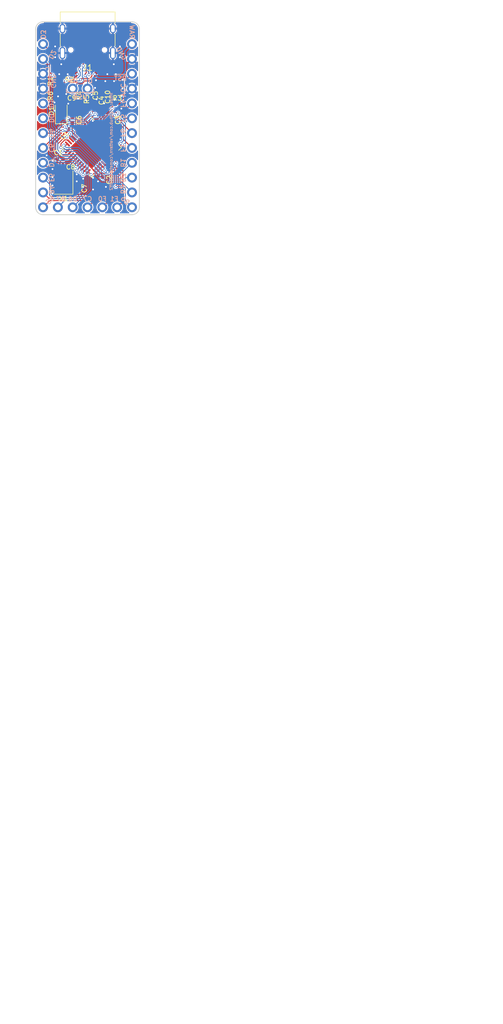
<source format=kicad_pcb>
(kicad_pcb (version 20210126) (generator pcbnew)
  (title_block (title "Comet") (date "2021-03-09") (rev "A") (company "TKW"))
  (layers (0 "F.Cu" signal) (31 "B.Cu" signal) (34 "B.Paste" user) (35 "F.Paste" user) (36 "B.SilkS" user "B.Silkscreen") (37 "F.SilkS" user "F.Silkscreen") (38 "B.Mask" user) (39 "F.Mask" user) (44 "Edge.Cuts" user))
  (net 0 "")
  (net 1 "VCC")
  (net 2 "GND")
  (net 3 "Net-(C8-Pad1)")
  (net 4 "Net-(C9-Pad1)")
  (net 5 "Net-(J1-PadA5)")
  (net 6 "Net-(J1-PadB5)")
  (net 7 "/RESET")
  (net 8 "/PF4")
  (net 9 "/PF5")
  (net 10 "/PF6")
  (net 11 "/PF7")
  (net 12 "/PB1")
  (net 13 "/PB3")
  (net 14 "/PB2")
  (net 15 "/PB6")
  (net 16 "/PB5")
  (net 17 "/PB4")
  (net 18 "/PE6")
  (net 19 "/PD7")
  (net 20 "/PC6")
  (net 21 "/PD4")
  (net 22 "/PD0")
  (net 23 "/PD1")
  (net 24 "/PD2")
  (net 25 "/PD3")
  (net 26 "/PF1")
  (net 27 "/PF0")
  (net 28 "/PC7")
  (net 29 "/PB7")
  (net 30 "/D-")
  (net 31 "/D+")
  (net 32 "Net-(C7-Pad1)")
  (net 33 "Net-(R4-Pad1)")
  (net 34 "Net-(R5-Pad1)")
  (net 35 "Net-(C10-Pad1)")
  (net 36 "VBUS")
  (net 37 "Net-(J1-PadA8)")
  (net 38 "Net-(J1-PadB8)")
  (net 39 "/PD5")
  (net 40 "Net-(U1-Pad8)")
  (net 41 "Net-(U1-Pad26)")
  (footprint "Capacitor_SMD:C_0402_1005Metric" (layer "F.Cu") (at 25.3 48.2)
    (fp_text reference "C8")
    (fp_text value "22p")
  )
  (footprint "Capacitor_SMD:C_0402_1005Metric" (layer "F.Cu") (at 28.3 52 90)
    (fp_text reference "C7")
    (fp_text value "22p")
  )
  (footprint "Crystal:Crystal_SMD_SeikoEpson_FA238-4Pin_3.2x2.5mm" (layer "F.Cu") (at 25.9 51 90)
    (fp_text reference "X1")
    (fp_text value "16MHz")
  )
  (footprint "Resistor_SMD:R_0402_1005Metric" (layer "F.Cu") (at 28.65 37.85 90)
    (fp_text reference "R4")
    (fp_text value "22")
  )
  (footprint "Resistor_SMD:R_0402_1005Metric" (layer "F.Cu") (at 29.85 38.5 90)
    (fp_text reference "R5")
    (fp_text value "22")
  )
  (footprint "Resistor_SMD:R_0402_1005Metric" (layer "F.Cu") (at 25.15 35.5)
    (fp_text reference "R6")
    (fp_text value "10k")
  )
  (footprint "Capacitor_SMD:C_0402_1005Metric" (layer "F.Cu") (at 27.45 38.1 90)
    (fp_text reference "C9")
    (fp_text value "1u")
  )
  (footprint "Capacitor_SMD:C_0402_1005Metric" (layer "F.Cu") (at 32.25 38.75 90)
    (fp_text reference "C4")
    (fp_text value "0u1")
  )
  (footprint "Diode_SMD:D_PowerDI-123" (layer "F.Cu") (at 25.5 38.75 90)
    (fp_text reference "D1")
    (fp_text value "D_Schottky")
  )
  (footprint "Capacitor_SMD:C_0402_1005Metric" (layer "F.Cu") (at 27.4 40.3 90)
    (fp_text reference "C6")
    (fp_text value "4u7")
  )
  (footprint "Resistor_SMD:R_0402_1005Metric" (layer "F.Cu") (at 35.1 37.6)
    (fp_text reference "R3")
    (fp_text value "10k")
  )
  (footprint "Connector_USB:USB_C_Receptacle_HRO_TYPE-C-31-M-12" (layer "F.Cu") (at 30.0254 25.6998 180)
    (fp_text reference "J1")
    (fp_text value "USB-C")
  )
  (footprint "pins:Pins5" (layer "F.Cu") (at 35.08 55.24 -90)
    (fp_text reference "J5" hide)
    (fp_text value "01x05" hide)
  )
  (footprint "pins:Pins2" (layer "F.Cu") (at 27.46 34.92 90)
    (fp_text reference "J2" hide)
    (fp_text value "01x02" hide)
  )
  (footprint "pins:Pins12" (layer "F.Cu") (at 22.38 55.24 180)
    (fp_text reference "J4" hide)
    (fp_text value "01x12" hide)
  )
  (footprint "pins:Pins12" (layer "F.Cu") (at 37.62 27.3)
    (fp_text reference "J3" hide)
    (fp_text value "01x12" hide)
  )
  (footprint "Resistor_SMD:R_0402_1005Metric" (layer "F.Cu") (at 25.15 33.1)
    (fp_text reference "R2")
    (fp_text value "5k1")
  )
  (footprint "Resistor_SMD:R_0402_1005Metric" (layer "F.Cu") (at 25.15 34.3)
    (fp_text reference "R1")
    (fp_text value "5k1")
  )
  (footprint "Package_DFN_QFN:QFN-44-1EP_7x7mm_P0.5mm_EP5.2x5.2mm" (layer "F.Cu") (at 30.7 45 -45)
    (fp_text reference "U1")
    (fp_text value "ATmega32U4")
  )
  (footprint "Capacitor_SMD:C_0402_1005Metric" (layer "F.Cu") (at 31.05 37.9 90)
    (fp_text reference "C5")
    (fp_text value "0u1")
  )
  (footprint "Capacitor_SMD:C_0402_1005Metric" (layer "F.Cu") (at 35.2 42.1 -90)
    (fp_text reference "C3")
    (fp_text value "0u1")
  )
  (footprint "Capacitor_SMD:C_0402_1005Metric" (layer "F.Cu") (at 32.55 50.55 -90)
    (fp_text reference "C2")
    (fp_text value "0u1")
  )
  (footprint "Capacitor_SMD:C_0402_1005Metric" (layer "F.Cu") (at 25.3 47 180)
    (fp_text reference "C1")
    (fp_text value "0u1")
  )
  (footprint "Capacitor_SMD:C_0402_1005Metric" (layer "F.Cu") (at 33.45 38.55 90)
    (fp_text reference "C10")
    (fp_text value "0u1")
  )
  (gr_line (start 23.4468 35.9868) (end 23.4468 31.3132) (angle 90) (layer "B.SilkS") (width 0.15))
  (gr_line (start 26.3932 35.5868) (end 26.3932 35.028) (angle 90) (layer "B.SilkS") (width 0.15))
  (gr_line (start 23.4468 31.3132) (end 22.888 31.3132) (angle 90) (layer "B.SilkS") (width 0.15))
  (gr_line (start 22.888 35.5868) (end 23.4468 35.5868) (angle 90) (layer "B.SilkS") (width 0.15))
  (gr_line (start 26.3932 35.5868) (end 31.0668 35.5868) (angle 90) (layer "B.SilkS") (width 0.15))
  (gr_line (start 36.604 32.4816) (end 34.572 32.4816) (angle 90) (layer "B.SilkS") (width 0.15))
  (gr_line (start 31.0668 35.5868) (end 31.0668 35.028) (angle 90) (layer "B.SilkS") (width 0.15))
  (gr_line (start 22.38 23.49) (end 37.62 23.49) (layer "Edge.Cuts") (width 0.15))
  (gr_line (start 21.11 24.76) (end 21.11 55.24) (angle 90) (layer "Edge.Cuts") (width 0.15))
  (gr_arc (start 22.38 24.76) (end 21.11 24.76) (angle 90) (layer "Edge.Cuts") (width 0.15))
  (gr_arc (start 22.38 55.24) (end 22.38 56.51) (angle 90) (layer "Edge.Cuts") (width 0.15))
  (gr_arc (start 37.62 55.24) (end 38.89 55.24) (angle 90) (layer "Edge.Cuts") (width 0.15))
  (gr_line (start 22.38 56.51) (end 37.62 56.51) (angle 90) (layer "Edge.Cuts") (width 0.15))
  (gr_line (start 38.89 55.24) (end 38.89 24.76) (angle 90) (layer "Edge.Cuts") (width 0.15))
  (gr_arc (start 37.62 24.76) (end 37.62 23.49) (angle 90) (layer "Edge.Cuts") (width 0.15))
  (gr_text "F0" (at 32.54 53.8176) (layer "B.SilkS") (effects (font (size 0.8 0.8)) (justify mirror)))
  (gr_text "E6" (at 23.8024 50.16 270) (layer "B.SilkS") (effects (font (size 0.8 0.8)) (justify mirror)))
  (gr_text "B5" (at 22.9896 54.6304 45) (layer "B.SilkS") (effects (font (size 0.8 0.8)) (justify right mirror)))
  (gr_text "B2" (at 36.096 52.192 270) (layer "B.SilkS") (effects (font (size 0.8 0.8)) (justify mirror)))
  (gr_text "B3" (at 36.096 50.16 270) (layer "B.SilkS") (effects (font (size 0.8 0.8)) (justify mirror)))
  (gr_text "USB" (at 28.73 36.3488) (layer "B.SilkS") (effects (font (size 0.8 0.8)) (justify mirror)))
  (gr_text "D1" (at 23.8024 37.46 270) (layer "B.SilkS") (effects (font (size 0.8 0.8)) (justify mirror)))
  (gr_text "D2" (at 23.523 29.84 240) (layer "B.SilkS") (effects (font (size 0.8 0.8)) (justify left mirror)))
  (gr_text "GND" (at 24.1072 33.65 270) (layer "B.SilkS") (effects (font (size 0.8 0.8)) (justify mirror)))
  (gr_text "D4" (at 23.8024 42.54 270) (layer "B.SilkS") (effects (font (size 0.8 0.8)) (justify mirror)))
  (gr_text "D7" (at 23.8024 47.62 270) (layer "B.SilkS") (effects (font (size 0.8 0.8)) (justify mirror)))
  (gr_text "D0" (at 23.8024 40 270) (layer "B.SilkS") (effects (font (size 0.8 0.8)) (justify mirror)))
  (gr_text "D+" (at 27.46 33.5484) (layer "B.SilkS") (effects (font (size 0.8 0.8)) (justify mirror)))
  (gr_text "GND" (at 36.4516 30.0432 300) (layer "B.SilkS") (effects (font (size 0.8 0.8)) (justify left mirror)))
  (gr_text "RST" (at 35.6388 33.1928) (layer "B.SilkS") (effects (font (size 0.8 0.8)) (justify mirror)))
  (gr_text "C6" (at 23.8024 45.08 270) (layer "B.SilkS") (effects (font (size 0.8 0.8)) (justify mirror)))
  (gr_text "VCC" (at 36.096 35.174 270) (layer "B.SilkS") (effects (font (size 0.8 0.8)) (justify mirror)))
  (gr_text "F4" (at 36.096 37.46 270) (layer "B.SilkS") (effects (font (size 0.8 0.8)) (justify mirror)))
  (gr_text "F5" (at 36.096 40 270) (layer "B.SilkS") (effects (font (size 0.8 0.8)) (justify mirror)))
  (gr_text "F6" (at 36.096 42.4892 270) (layer "B.SilkS") (effects (font (size 0.8 0.8)) (justify mirror)))
  (gr_text "F7" (at 36.096 45.08 270) (layer "B.SilkS") (effects (font (size 0.8 0.8)) (justify mirror)))
  (gr_text "B1" (at 36.096 47.62 270) (layer "B.SilkS") (effects (font (size 0.8 0.8)) (justify mirror)))
  (gr_text "D-" (at 30 33.5484) (layer "B.SilkS") (effects (font (size 0.8 0.8)) (justify mirror)))
  (gr_text "C7" (at 30 53.8176) (layer "B.SilkS") (effects (font (size 0.8 0.8)) (justify mirror)))
  (gr_text "D3" (at 22.38 25.649 270) (layer "B.SilkS") (effects (font (size 0.8 0.8)) (justify mirror)))
  (gr_text "B4" (at 23.8024 52.192 270) (layer "B.SilkS") (effects (font (size 0.8 0.8)) (justify mirror)))
  (gr_text "B6" (at 37.0612 54.6812 315) (layer "B.SilkS") (effects (font (size 0.8 0.8)) (justify left mirror)))
  (gr_text "F1" (at 34.572 53.8176) (layer "B.SilkS") (effects (font (size 0.8 0.8)) (justify mirror)))
  (gr_text "D6" (at 27.46 53.8176) (layer "B.SilkS") (effects (font (size 0.8 0.8)) (justify mirror)))
  (gr_text "B7" (at 25.428 53.8176) (layer "B.SilkS") (effects (font (size 0.8 0.8)) (justify mirror)))
  (gr_text "RAW" (at 37.62 25.2172 270) (layer "B.SilkS") (effects (font (size 0.8 0.8)) (justify mirror)))
  (gr_text "https://github.com/vattern/comet@12edff2" (at 34.04857 43.988184 90) (layer "B.SilkS") (effects (font (size 0.5 0.5) (thickness 0.1)) (justify mirror)))
  (segment (start 35.35 43.885534) (end 34.836575 44.398959) (width 0.16) (layer "F.Cu") (net 1))
  (segment (start 31.05 40.612384) (end 31.05 40.6) (width 0.16) (layer "F.Cu") (net 1))
  (segment (start 30.9 40.45) (end 31.301041 40.863425) (width 0.16) (layer "F.Cu") (net 1))
  (segment (start 24.5 45.7) (end 25.785 46.985) (width 0.31) (layer "F.Cu") (net 1))
  (segment (start 32.271573 49.4) (end 31.654594 48.783021) (width 0.16) (layer "F.Cu") (net 1))
  (segment (start 35.8 42.2) (end 35.215 41.615) (width 0.16) (layer "F.Cu") (net 1))
  (segment (start 30.9 40.45) (end 31.2 40.15) (width 0.16) (layer "F.Cu") (net 1))
  (segment (start 33.25 49.4) (end 32.271573 49.4) (width 0.16) (layer "F.Cu") (net 1))
  (segment (start 25.5 39.6) (end 25.5 40.05) (width 0.31) (layer "F.Cu") (net 1))
  (segment (start 26.57868 47) (end 25.785 47) (width 0.16) (layer "F.Cu") (net 1))
  (segment (start 31.05 40.612384) (end 30.85 40.4) (width 0.16) (layer "F.Cu") (net 1))
  (segment (start 30.9 40.45) (end 31.05 40.6) (width 0.16) (layer "F.Cu") (net 1))
  (segment (start 35.35 43.885534) (end 35.364466 43.885534) (width 0.16) (layer "F.Cu") (net 1))
  (segment (start 35.215 41.615) (end 35.2 41.615) (width 0.16) (layer "F.Cu") (net 1))
  (segment (start 25.5 40.05) (end 26.8 41.35) (width 0.31) (layer "F.Cu") (net 1))
  (segment (start 26.8 42) (end 26.8 41.35) (width 0.31) (layer "F.Cu") (net 1))
  (segment (start 25.785 46.985) (end 25.785 47) (width 0.31) (layer "F.Cu") (net 1))
  (segment (start 27.270532 46.308148) (end 26.57868 47) (width 0.16) (layer "F.Cu") (net 1))
  (segment (start 32.25 39.65) (end 32.25 39.235) (width 0.16) (layer "F.Cu") (net 1))
  (segment (start 33.25 49.4) (end 33.45 49.2) (width 0.16) (layer "F.Cu") (net 1))
  (segment (start 35.65 43.6) (end 35.8 43.45) (width 0.16) (layer "F.Cu") (net 1))
  (segment (start 32.55 49.678427) (end 32.271573 49.4) (width 0.16) (layer "F.Cu") (net 1))
  (segment (start 35.364466 43.885534) (end 35.65 43.6) (width 0.16) (layer "F.Cu") (net 1))
  (segment (start 25.785 47) (end 25.7 47) (width 0.16) (layer "F.Cu") (net 1))
  (segment (start 31.673021 48.793021) (end 31.654594 48.793021) (width 0.16) (layer "F.Cu") (net 1))
  (segment (start 31.75 40.15) (end 32.25 39.65) (width 0.16) (layer "F.Cu") (net 1))
  (segment (start 26.05 42.6) (end 26.2 42.6) (width 0.31) (layer "F.Cu") (net 1))
  (segment (start 35.8 43.45) (end 35.8 42.2) (width 0.16) (layer "F.Cu") (net 1))
  (segment (start 30.9 40.45) (end 31.05 40.612384) (width 0.16) (layer "F.Cu") (net 1))
  (segment (start 26 42.65) (end 26.05 42.6) (width 0.31) (layer "F.Cu") (net 1))
  (segment (start 31.2 40.15) (end 31.75 40.15) (width 0.16) (layer "F.Cu") (net 1))
  (segment (start 26.75 42.05) (end 26.8 42) (width 0.31) (layer "F.Cu") (net 1))
  (segment (start 24.5 44.15) (end 24.5 45.7) (width 0.31) (layer "F.Cu") (net 1))
  (segment (start 35.585 37.6) (end 35.585 38.135) (width 0.16) (layer "F.Cu") (net 1))
  (segment (start 26 42.65) (end 24.5 44.15) (width 0.31) (layer "F.Cu") (net 1))
  (segment (start 32.55 50.065) (end 32.55 49.678427) (width 0.16) (layer "F.Cu") (net 1))
  (segment (start 35.585 38.135) (end 35.8 38.35) (width 0.16) (layer "F.Cu") (net 1))
  (segment (start 26.2 42.6) (end 26.75 42.05) (width 0.31) (layer "F.Cu") (net 1))
  (segment (start 31.05 40.6) (end 30.85 40.4) (width 0.16) (layer "F.Cu") (net 1))
  (via (at 33.45 49.2) (size 0.5) (drill 0.3) (layers "F.Cu" "B.Cu") (net 1))
  (via (at 35.65 43.6) (size 0.5) (drill 0.3) (layers "F.Cu" "B.Cu") (net 1))
  (via (at 30.9 40.45) (size 0.5) (drill 0.3) (layers "F.Cu" "B.Cu") (net 1))
  (via (at 26.8 41.35) (size 0.5) (drill 0.3) (layers "F.Cu" "B.Cu") (net 1))
  (via (at 35.8 38.35) (size 0.5) (drill 0.3) (layers "F.Cu" "B.Cu") (net 1))
  (segment (start 30.9 40.45) (end 34.05 43.6) (width 0.31) (layer "B.Cu") (net 1))
  (segment (start 36.45 36.9) (end 36.45 36.09) (width 0.31) (layer "B.Cu") (net 1))
  (segment (start 33.6 49.2) (end 34.25 48.55) (width 0.31) (layer "B.Cu") (net 1))
  (segment (start 36.45 36.09) (end 37.62 34.92) (width 0.31) (layer "B.Cu") (net 1))
  (segment (start 30.9 40.45) (end 32.9 40.45) (width 0.31) (layer "B.Cu") (net 1))
  (segment (start 34.05 43.6) (end 35.65 43.6) (width 0.31) (layer "B.Cu") (net 1))
  (segment (start 35 38.35) (end 36.45 36.9) (width 0.31) (layer "B.Cu") (net 1))
  (segment (start 35.55 43.6) (end 35.65 43.6) (width 0.31) (layer "B.Cu") (net 1))
  (segment (start 30 41.35) (end 30.9 40.45) (width 0.31) (layer "B.Cu") (net 1))
  (segment (start 34.25 44.9) (end 35.55 43.6) (width 0.31) (layer "B.Cu") (net 1))
  (segment (start 34.25 48.55) (end 34.25 44.9) (width 0.31) (layer "B.Cu") (net 1))
  (segment (start 26.8 41.35) (end 30 41.35) (width 0.31) (layer "B.Cu") (net 1))
  (segment (start 32.9 40.45) (end 35 38.35) (width 0.31) (layer "B.Cu") (net 1))
  (segment (start 35.8 38.35) (end 35 38.35) (width 0.16) (layer "B.Cu") (net 1))
  (segment (start 33.45 49.2) (end 33.6 49.2) (width 0.31) (layer "B.Cu") (net 1))
  (segment (start 35.55 29.55) (end 35.55 27.7) (width 0.16) (layer "F.Cu") (net 2))
  (segment (start 35.55 27.7) (end 35.55 26.09) (width 0.16) (layer "F.Cu") (net 2))
  (segment (start 24.45 27.7) (end 24.45 26.09) (width 0.16) (layer "F.Cu") (net 2))
  (segment (start 24.45 29.55) (end 24.45 27.7) (width 0.16) (layer "F.Cu") (net 2))
  (segment (start 26.7 49.9) (end 26.7 50.8) (width 0.16) (layer "F.Cu") (net 2))
  (segment (start 32.935 38.065) (end 33.45 38.065) (width 0.16) (layer "F.Cu") (net 2))
  (segment (start 26.7 48.05) (end 26.55 48.2) (width 0.16) (layer "F.Cu") (net 2))
  (segment (start 30.7 42.171573) (end 30.7 45) (width 0.16) (layer "F.Cu") (net 2))
  (segment (start 30.7 45) (end 34.235534 45) (width 0.16) (layer "F.Cu") (net 2))
  (segment (start 32.85 39.55) (end 32.85 38.35) (width 0.16) (layer "F.Cu") (net 2))
  (segment (start 26.3 32.45) (end 26.6 32.45) (width 0.16) (layer "F.Cu") (net 2))
  (segment (start 25.45 31.35) (end 25.24 31.14) (width 0.16) (layer "F.Cu") (net 2))
  (segment (start 27.1 39.15) (end 26.85 38.9) (width 0.16) (layer "F.Cu") (net 2))
  (segment (start 32.25 38.265) (end 32.765 38.265) (width 0.16) (layer "F.Cu") (net 2))
  (segment (start 23.15 34.15) (end 23.15 33.15) (width 0.16) (layer "F.Cu") (net 2))
  (segment (start 32.15 40.721573) (end 32.15 40.25) (width 0.16) (layer "F.Cu") (net 2))
  (segment (start 26.085 31.615) (end 25.665 31.615) (width 0.16) (layer "F.Cu") (net 2))
  (segment (start 23.95 33.1) (end 24.665 33.1) (width 0.16) (layer "F.Cu") (net 2))
  (segment (start 32.85 38.35) (end 32.85 38.15) (width 0.16) (layer "F.Cu") (net 2))
  (segment (start 25.45 31.4) (end 25.45 31.35) (width 0.16) (layer "F.Cu") (net 2))
  (segment (start 30.535 37.415) (end 30.45 37.5) (width 0.16) (layer "F.Cu") (net 2))
  (segment (start 25.1 53) (end 25.1 52.1) (width 0.16) (layer "F.Cu") (net 2))
  (segment (start 25.24 31.14) (end 24.45 31.14) (width 0.16) (layer "F.Cu") (net 2))
  (segment (start 36.32 31.14) (end 37.62 29.84) (width 0.16) (layer "F.Cu") (net 2))
  (segment (start 31.05 37.415) (end 31.915 37.415) (width 0.16) (layer "F.Cu") (net 2))
  (segment (start 28.684746 42.277639) (end 28.35 41.942893) (width 0.16) (layer "F.Cu") (net 2))
  (segment (start 34.55 31.4) (end 34.55 31.35) (width 0.16) (layer "F.Cu") (net 2))
  (segment (start 32.765 38.265) (end 32.85 38.35) (width 0.16) (layer "F.Cu") (net 2))
  (segment (start 24.35 47.6) (end 24.9 47.6) (width 0.16) (layer "F.Cu") (net 2))
  (segment (start 34.335 31.615) (end 34.55 31.4) (width 0.16) (layer "F.Cu") (net 2))
  (segment (start 31.05 37.415) (end 30.535 37.415) (width 0.16) (layer "F.Cu") (net 2))
  (segment (start 29.285787 45) (end 27.624086 46.661701) (width 0.16) (layer "F.Cu") (net 2))
  (segment (start 27.4 39.3) (end 27.25 39.15) (width 0.16) (layer "F.Cu") (net 2))
  (segment (start 28.3 51.515) (end 28.865 51.515) (width 0.16) (layer "F.Cu") (net 2))
  (segment (start 35.55 31.14) (end 36.32 31.14) (width 0.16) (layer "F.Cu") (net 2))
  (segment (start 27.965 37.615) (end 27.45 37.615) (width 0.16) (layer "F.Cu") (net 2))
  (segment (start 24.45 31.14) (end 24.45 29.55) (width 0.16) (layer "F.Cu") (net 2))
  (segment (start 30.7 48.535534) (end 30.7 45) (width 0.16) (layer "F.Cu") (net 2))
  (segment (start 30.7 45) (end 29.285787 45) (width 0.16) (layer "F.Cu") (net 2))
  (segment (start 26.5 51) (end 25.3 51) (width 0.16) (layer "F.Cu") (net 2))
  (segment (start 33.7 32.45) (end 33.915 32.235) (width 0.16) (layer "F.Cu") (net 2))
  (segment (start 31.95 50.45) (end 31.95 49.785534) (width 0.16) (layer "F.Cu") (net 2))
  (segment (start 24.815 47.515) (end 24.9 47.6) (width 0.16) (layer "F.Cu") (net 2))
  (segment (start 30.45 37.5) (end 30.45 38.65) (width 0.16) (layer "F.Cu") (net 2))
  (segment (start 27.25 39.15) (end 27.1 39.15) (width 0.16) (layer "F.Cu") (net 2))
  (segment (start 34.55 31.35) (end 34.76 31.14) (width 0.16) (layer "F.Cu") (net 2))
  (segment (start 25.15 53.05) (end 25.1 53) (width 0.16) (layer "F.Cu") (net 2))
  (segment (start 26.085 31.615) (end 26.085 32.235) (width 0.16) (layer "F.Cu") (net 2))
  (segment (start 23.15 33.15) (end 23.9 33.15) (width 0.16) (layer "F.Cu") (net 2))
  (segment (start 27.624086 46.661701) (end 26.7 47.585787) (width 0.16) (layer "F.Cu") (net 2))
  (segment (start 35.2 42.585) (end 35.2 43.328427) (width 0.16) (layer "F.Cu") (net 2))
  (segment (start 25.1 51.2) (end 25.1 52.1) (width 0.16) (layer "F.Cu") (net 2))
  (segment (start 24.665 34.3) (end 24.665 35.5) (width 0.16) (layer "F.Cu") (net 2))
  (segment (start 23.15 33.15) (end 22.38 32.38) (width 0.16) (layer "F.Cu") (net 2))
  (segment (start 33.528427 45) (end 34.483021 44.045406) (width 0.16) (layer "F.Cu") (net 2))
  (segment (start 32.15 40.25) (end 32.85 39.55) (width 0.16) (layer "F.Cu") (net 2))
  (segment (start 26.085 32.235) (end 26.3 32.45) (width 0.16) (layer "F.Cu") (net 2))
  (segment (start 31.915 37.415) (end 32.25 37.75) (width 0.16) (layer "F.Cu") (net 2))
  (segment (start 35.55 31.14) (end 35.55 29.55) (width 0.16) (layer "F.Cu") (net 2))
  (segment (start 22.38 34.92) (end 23.15 34.15) (width 0.16) (layer "F.Cu") (net 2))
  (segment (start 27.4 39.815) (end 27.4 39.3) (width 0.16) (layer "F.Cu") (net 2))
  (segment (start 25.1 52.1) (end 24.3 52.1) (width 0.16) (layer "F.Cu") (net 2))
  (segment (start 25.3 51) (end 25.1 51.2) (width 0.16) (layer "F.Cu") (net 2))
  (segment (start 33.4 32.45) (end 33.7 32.45) (width 0.16) (layer "F.Cu") (net 2))
  (segment (start 23.9 33.15) (end 23.95 33.1) (width 0.16) (layer "F.Cu") (net 2))
  (segment (start 26.55 48.2) (end 25.785 48.2) (width 0.16) (layer "F.Cu") (net 2))
  (segment (start 33.915 32.235) (end 33.915 31.615) (width 0.16) (layer "F.Cu") (net 2))
  (segment (start 26.7 50.8) (end 26.5 51) (width 0.16) (layer "F.Cu") (net 2))
  (segment (start 34.76 31.14) (end 35.55 31.14) (width 0.16) (layer "F.Cu") (net 2))
  (segment (start 31.95 50.45) (end 32.535 51.035) (width 0.16) (layer "F.Cu") (net 2))
  (segment (start 31.301041 49.136575) (end 30.7 48.535534) (width 0.16) (layer "F.Cu") (net 2))
  (segment (start 24.815 47) (end 24.815 47.515) (width 0.16) (layer "F.Cu") (net 2))
  (segment (start 31.95 49.785534) (end 31.301041 49.136575) (width 0.16) (layer "F.Cu") (net 2))
  (segment (start 32.85 38.15) (end 32.935 38.065) (width 0.16) (layer "F.Cu") (net 2))
  (segment (start 28.05 38.65) (end 28.05 37.7) (width 0.16) (layer "F.Cu") (net 2))
  (segment (start 27.45 37.615) (end 27.45 36.9) (width 0.16) (layer "F.Cu") (net 2))
  (segment (start 24.9 47.6) (end 25.7 47.6) (width 0.16) (layer "F.Cu") (net 2))
  (segment (start 32.535 51.035) (end 32.55 51.035) (width 0.16) (layer "F.Cu") (net 2))
  (segment (start 28.05 37.7) (end 27.965 37.615) (width 0.16) (layer "F.Cu") (net 2))
  (segment (start 24.665 33.1) (end 24.665 34.3) (width 0.16) (layer "F.Cu") (net 2))
  (segment (start 34.235534 45) (end 34.836575 45.601041) (width 0.16) (layer "F.Cu") (net 2))
  (segment (start 24.25 52.05) (end 24.3 52.1) (width 0.16) (layer "F.Cu") (net 2))
  (segment (start 33.915 31.615) (end 34.335 31.615) (width 0.16) (layer "F.Cu") (net 2))
  (segment (start 29.15 52.85) (end 28.95 53.05) (width 0.16) (layer "F.Cu") (net 2))
  (segment (start 28.35 41.942893) (end 28.35 38.95) (width 0.16) (layer "F.Cu") (net 2))
  (segment (start 25.665 31.615) (end 25.45 31.4) (width 0.16) (layer "F.Cu") (net 2))
  (segment (start 31.654594 41.216979) (end 32.15 40.721573) (width 0.16) (layer "F.Cu") (net 2))
  (segment (start 25.7 47.6) (end 25.785 47.685) (width 0.16) (layer "F.Cu") (net 2))
  (segment (start 28.35 38.95) (end 28.05 38.65) (width 0.16) (layer "F.Cu") (net 2))
  (segment (start 31.654594 41.216979) (end 30.7 42.171573) (width 0.16) (layer "F.Cu") (net 2))
  (segment (start 30.7 44.292893) (end 30.7 45) (width 0.16) (layer "F.Cu") (net 2))
  (segment (start 25.785 47.685) (end 25.785 48.2) (width 0.16) (layer "F.Cu") (net 2))
  (segment (start 28.95 53.05) (end 25.15 53.05) (width 0.16) (layer "F.Cu") (net 2))
  (segment (start 35.2 43.328427) (end 34.483021 44.045406) (width 0.16) (layer "F.Cu") (net 2))
  (segment (start 28.684746 42.277639) (end 30.7 44.292893) (width 0.16) (layer "F.Cu") (net 2))
  (segment (start 26.7 47.585787) (end 26.7 48.05) (width 0.16) (layer "F.Cu") (net 2))
  (segment (start 30.7 45) (end 33.528427 45) (width 0.16) (layer "F.Cu") (net 2))
  (segment (start 32.25 37.75) (end 32.25 38.265) (width 0.16) (layer "F.Cu") (net 2))
  (via (at 28.15 50.8) (size 0.5) (drill 0.3) (layers "F.Cu" "B.Cu") (net 2))
  (via (at 34.65 36.85) (size 0.5) (drill 0.3) (layers "F.Cu" "B.Cu") (net 2))
  (via (at 36 33.4) (size 0.5) (drill 0.3) (layers "F.Cu" "B.Cu") (net 2))
  (via (at 31.55 36.75) (size 0.5) (drill 0.3) (layers "F.Cu" "B.Cu") (net 2))
  (via (at 25.5 30.75) (size 0.5) (drill 0.3) (layers "F.Cu" "B.Cu") (net 2))
  (via (at 31.3 34.8) (size 0.5) (drill 0.3) (layers "F.Cu" "B.Cu") (net 2))
  (via (at 35.55 27.7) (size 0.5) (drill 0.3) (layers "F.Cu" "B.Cu") (net 2))
  (via (at 30.7 36) (size 0.5) (drill 0.3) (layers "F.Cu" "B.Cu") (net 2))
  (via (at 24 47.3) (size 0.5) (drill 0.3) (layers "F.Cu" "B.Cu") (net 2))
  (via (at 33.15 51.75) (size 0.5) (drill 0.3) (layers "F.Cu" "B.Cu") (net 2))
  (via (at 24.45 29.55) (size 0.5) (drill 0.3) (layers "F.Cu" "B.Cu") (net 2))
  (via (at 32.85 37.45) (size 0.5) (drill 0.3) (layers "F.Cu" "B.Cu") (net 2))
  (via (at 34.5 30.75) (size 0.5) (drill 0.3) (layers "F.Cu" "B.Cu") (net 2))
  (via (at 24.45 27.7) (size 0.5) (drill 0.3) (layers "F.Cu" "B.Cu") (net 2))
  (via (at 28.4 36.65) (size 0.5) (drill 0.3) (layers "F.Cu" "B.Cu") (net 2))
  (via (at 31.45 33.5) (size 0.5) (drill 0.3) (layers "F.Cu" "B.Cu") (net 2))
  (via (at 28.15 49.6) (size 0.5) (drill 0.3) (layers "F.Cu" "B.Cu") (net 2))
  (via (at 29.25 50.35) (size 0.5) (drill 0.3) (layers "F.Cu" "B.Cu") (net 2))
  (via (at 26.6 32.45) (size 0.5) (drill 0.3) (layers "F.Cu" "B.Cu") (net 2))
  (via (at 24 50.1) (size 0.5) (drill 0.3) (layers "F.Cu" "B.Cu") (net 2))
  (via (at 29.25 51.75) (size 0.5) (drill 0.3) (layers "F.Cu" "B.Cu") (net 2))
  (via (at 31.8 50.8) (size 0.5) (drill 0.3) (layers "F.Cu" "B.Cu") (net 2))
  (via (at 29.75 36.9) (size 0.5) (drill 0.3) (layers "F.Cu" "B.Cu") (net 2))
  (via (at 34.85 32.45) (size 0.5) (drill 0.3) (layers "F.Cu" "B.Cu") (net 2))
  (via (at 24.35 38.7) (size 0.5) (drill 0.3) (layers "F.Cu" "B.Cu") (net 2))
  (via (at 24 48.7) (size 0.5) (drill 0.3) (layers "F.Cu" "B.Cu") (net 2))
  (via (at 23 46.35) (size 0.5) (drill 0.3) (layers "F.Cu" "B.Cu") (net 2))
  (via (at 35.85 36.2) (size 0.5) (drill 0.3) (layers "F.Cu" "B.Cu") (net 2))
  (via (at 33.4 32.45) (size 0.5) (drill 0.3) (layers "F.Cu" "B.Cu") (net 2))
  (via (at 33.05 33.65) (size 0.5) (drill 0.3) (layers "F.Cu" "B.Cu") (net 2))
  (via (at 30.95 52.2) (size 0.5) (drill 0.3) (layers "F.Cu" "B.Cu") (net 2))
  (via (at 34.55 33.65) (size 0.5) (drill 0.3) (layers "F.Cu" "B.Cu") (net 2))
  (via (at 30.95 50.2) (size 0.5) (drill 0.3) (layers "F.Cu" "B.Cu") (net 2))
  (via (at 26.35 35.85) (size 0.5) (drill 0.3) (layers "F.Cu" "B.Cu") (net 2))
  (via (at 36 34.9) (size 0.5) (drill 0.3) (layers "F.Cu" "B.Cu") (net 2))
  (via (at 35.55 29.55) (size 0.5) (drill 0.3) (layers "F.Cu" "B.Cu") (net 2))
  (via (at 24 51.5) (size 0.5) (drill 0.3) (layers "F.Cu" "B.Cu") (net 2))
  (via (at 24.35 37.3) (size 0.5) (drill 0.3) (layers "F.Cu" "B.Cu") (net 2))
  (via (at 24.95 36.25) (size 0.5) (drill 0.3) (layers "F.Cu" "B.Cu") (net 2))
  (via (at 26.7 37.5) (size 0.5) (drill 0.3) (layers "F.Cu" "B.Cu") (net 2))
  (via (at 25.15 32.45) (size 0.5) (drill 0.3) (layers "F.Cu" "B.Cu") (net 2))
  (via (at 24 52.9) (size 0.5) (drill 0.3) (layers "F.Cu" "B.Cu") (net 2))
  (segment (start 25.7 35.15) (end 25.7 33.35) (width 0.16) (layer "B.Cu") (net 2))
  (segment (start 25.7 33.35) (end 26.6 32.45) (width 0.16) (layer "B.Cu") (net 2))
  (segment (start 27.15 48.5) (end 27.15 47.9) (width 0.16) (layer "F.Cu") (net 3))
  (segment (start 27.15 47.9) (end 27.55 47.5) (width 0.16) (layer "F.Cu") (net 3))
  (segment (start 26.8 48.85) (end 27.15 48.5) (width 0.16) (layer "F.Cu") (net 3))
  (segment (start 24.815 49.615) (end 25.1 49.9) (width 0.16) (layer "F.Cu") (net 3))
  (segment (start 25.1 49.9) (end 25.1 49.8) (width 0.16) (layer "F.Cu") (net 3))
  (segment (start 24.815 48.2) (end 24.815 49.615) (width 0.16) (layer "F.Cu") (net 3))
  (segment (start 27.55 47.442893) (end 27.977639 47.015254) (width 0.16) (layer "F.Cu") (net 3))
  (segment (start 25.1 49.8) (end 26.05 48.85) (width 0.16) (layer "F.Cu") (net 3))
  (segment (start 26.05 48.85) (end 26.8 48.85) (width 0.16) (layer "F.Cu") (net 3))
  (segment (start 27.45 38.585) (end 27.485 38.585) (width 0.16) (layer "F.Cu") (net 4))
  (segment (start 28 39.1) (end 28 42.3) (width 0.16) (layer "F.Cu") (net 4))
  (segment (start 28 42.3) (end 28.331192 42.631192) (width 0.16) (layer "F.Cu") (net 4))
  (segment (start 27.485 38.585) (end 28 39.1) (width 0.16) (layer "F.Cu") (net 4))
  (segment (start 30.75 32.8) (end 30.75 31.1552) (width 0.16) (layer "F.Cu") (net 5))
  (segment (start 25.635 34.3) (end 25.635 34.265) (width 0.16) (layer "F.Cu") (net 5))
  (segment (start 30.35 33.2) (end 30.75 32.8) (width 0.16) (layer "F.Cu") (net 5))
  (segment (start 28.8 33.4) (end 29 33.2) (width 0.16) (layer "F.Cu") (net 5))
  (segment (start 25.635 34.265) (end 26.25 33.65) (width 0.16) (layer "F.Cu") (net 5))
  (segment (start 31.2754 30.6298) (end 31.2754 29.7448) (width 0.16) (layer "F.Cu") (net 5))
  (segment (start 30.75 31.1552) (end 31.2754 30.6298) (width 0.16) (layer "F.Cu") (net 5))
  (segment (start 26.25 33.65) (end 26.25 33.6) (width 0.16) (layer "F.Cu") (net 5))
  (segment (start 29 33.2) (end 30.35 33.2) (width 0.16) (layer "F.Cu") (net 5))
  (via (at 26.25 33.6) (size 0.5) (drill 0.3) (layers "F.Cu" "B.Cu") (net 5))
  (via (at 28.8 33.4) (size 0.5) (drill 0.3) (layers "F.Cu" "B.Cu") (net 5))
  (segment (start 26.25 33.6) (end 28.6 33.6) (width 0.16) (layer "B.Cu") (net 5))
  (segment (start 28.6 33.6) (end 28.8 33.4) (width 0.16) (layer "B.Cu") (net 5))
  (segment (start 28.2754 30.6298) (end 28.603 30.9574) (width 0.16) (layer "F.Cu") (net 6))
  (segment (start 25.635 33.1) (end 26.75 33.1) (width 0.16) (layer "F.Cu") (net 6))
  (segment (start 28.2754 29.7448) (end 28.2754 30.6298) (width 0.16) (layer "F.Cu") (net 6))
  (segment (start 28.603 30.9574) (end 28.603 31.5926) (width 0.16) (layer "F.Cu") (net 6))
  (via (at 26.75 33.1) (size 0.5) (drill 0.3) (layers "F.Cu" "B.Cu") (net 6))
  (via (at 28.603 31.5926) (size 0.5) (drill 0.3) (layers "F.Cu" "B.Cu") (net 6))
  (segment (start 28.75 32.7) (end 28.35 33.1) (width 0.16) (layer "B.Cu") (net 6))
  (segment (start 28.75 32.7) (end 28.75 32.093153) (width 0.16) (layer "B.Cu") (net 6))
  (segment (start 28.603 31.946153) (end 28.603 31.5926) (width 0.16) (layer "B.Cu") (net 6))
  (segment (start 28.75 32.093153) (end 28.603 31.946153) (width 0.16) (layer "B.Cu") (net 6))
  (segment (start 26.75 33.1) (end 28.35 33.1) (width 0.16) (layer "B.Cu") (net 6))
  (segment (start 34.2 38.3) (end 34.2 38.05) (width 0.16) (layer "F.Cu") (net 7))
  (segment (start 36.5 33.5) (end 37.62 32.38) (width 0.16) (layer "F.Cu") (net 7))
  (segment (start 34.615 37.585) (end 35.2 37) (width 0.16) (layer "F.Cu") (net 7))
  (segment (start 25.75 46.3) (end 24.9 45.45) (width 0.16) (layer "F.Cu") (net 7))
  (segment (start 24.9 45.45) (end 24.9 44.4) (width 0.16) (layer "F.Cu") (net 7))
  (segment (start 34.615 37.6) (end 34.615 37.585) (width 0.16) (layer "F.Cu") (net 7))
  (segment (start 26.1 43.2) (end 26.45 43.2) (width 0.16) (layer "F.Cu") (net 7))
  (segment (start 34.2 38.05) (end 34.615 37.635) (width 0.16) (layer "F.Cu") (net 7))
  (segment (start 35.2 37) (end 35.75 37) (width 0.16) (layer "F.Cu") (net 7))
  (segment (start 25.95 43.35) (end 26.1 43.2) (width 0.16) (layer "F.Cu") (net 7))
  (segment (start 26.916979 45.954594) (end 26.571573 46.3) (width 0.16) (layer "F.Cu") (net 7))
  (segment (start 34.615 37.635) (end 34.615 37.6) (width 0.16) (layer "F.Cu") (net 7))
  (segment (start 35.75 37) (end 36.5 36.25) (width 0.16) (layer "F.Cu") (net 7))
  (segment (start 24.9 44.4) (end 25.95 43.35) (width 0.16) (layer "F.Cu") (net 7))
  (segment (start 26.571573 46.3) (end 25.75 46.3) (width 0.16) (layer "F.Cu") (net 7))
  (segment (start 36.5 36.25) (end 36.5 33.5) (width 0.16) (layer "F.Cu") (net 7))
  (via (at 34.2 38.3) (size 0.5) (drill 0.3) (layers "F.Cu" "B.Cu") (net 7))
  (via (at 26.45 43.2) (size 0.5) (drill 0.3) (layers "F.Cu" "B.Cu") (net 7))
  (segment (start 25.25 41.6) (end 26 40.85) (width 0.16) (layer "B.Cu") (net 7))
  (segment (start 25.25 43) (end 25.25 41.6) (width 0.16) (layer "B.Cu") (net 7))
  (segment (start 29.75 40.85) (end 30.65 39.95) (width 0.16) (layer "B.Cu") (net 7))
  (segment (start 25.45 43.2) (end 25.25 43) (width 0.16) (layer "B.Cu") (net 7))
  (segment (start 32.8 39.95) (end 34.2 38.55) (width 0.16) (layer "B.Cu") (net 7))
  (segment (start 26.25 43.2) (end 25.45 43.2) (width 0.16) (layer "B.Cu") (net 7))
  (segment (start 26 40.85) (end 29.75 40.85) (width 0.16) (layer "B.Cu") (net 7))
  (segment (start 34.2 38.55) (end 34.2 38.3) (width 0.16) (layer "B.Cu") (net 7))
  (segment (start 30.65 39.95) (end 32.8 39.95) (width 0.16) (layer "B.Cu") (net 7))
  (segment (start 33.55 40.85) (end 33.55 42.15) (width 0.16) (layer "F.Cu") (net 8))
  (segment (start 34.4 40) (end 35.08 40) (width 0.16) (layer "F.Cu") (net 8))
  (segment (start 35.08 40) (end 37.62 37.46) (width 0.16) (layer "F.Cu") (net 8))
  (segment (start 33.55 40.85) (end 34.4 40) (width 0.16) (layer "F.Cu") (net 8))
  (segment (start 33.55 42.15) (end 33.068808 42.631192) (width 0.16) (layer "F.Cu") (net 8))
  (segment (start 33.9 42.507107) (end 33.422361 42.984746) (width 0.16) (layer "F.Cu") (net 9))
  (segment (start 36.55 40) (end 36.2 40.35) (width 0.16) (layer "F.Cu") (net 9))
  (segment (start 33.9 41) (end 33.9 42.507107) (width 0.16) (layer "F.Cu") (net 9))
  (segment (start 33.9 41) (end 34.55 40.35) (width 0.16) (layer "F.Cu") (net 9))
  (segment (start 36.2 40.35) (end 34.55 40.35) (width 0.16) (layer "F.Cu") (net 9))
  (segment (start 37.62 40) (end 36.55 40) (width 0.16) (layer "F.Cu") (net 9))
  (segment (start 34.25 42.864213) (end 33.775914 43.338299) (width 0.16) (layer "F.Cu") (net 10))
  (segment (start 34.25 41.15) (end 34.7 40.7) (width 0.16) (layer "F.Cu") (net 10))
  (segment (start 35.78 40.7) (end 37.62 42.54) (width 0.16) (layer "F.Cu") (net 10))
  (segment (start 34.25 41.15) (end 34.25 42.864213) (width 0.16) (layer "F.Cu") (net 10))
  (segment (start 34.7 40.7) (end 35.78 40.7) (width 0.16) (layer "F.Cu") (net 10))
  (segment (start 36.15 43.61) (end 37.62 45.08) (width 0.16) (layer "F.Cu") (net 11))
  (segment (start 34.85 41.05) (end 35.55 41.05) (width 0.16) (layer "F.Cu") (net 11))
  (segment (start 35.55 41.05) (end 36.15 41.65) (width 0.16) (layer "F.Cu") (net 11))
  (segment (start 34.6 43.22132) (end 34.129468 43.691852) (width 0.16) (layer "F.Cu") (net 11))
  (segment (start 34.6 41.3) (end 34.6 43.22132) (width 0.16) (layer "F.Cu") (net 11))
  (segment (start 36.15 41.65) (end 36.15 43.61) (width 0.16) (layer "F.Cu") (net 11))
  (segment (start 34.6 41.3) (end 34.85 41.05) (width 0.16) (layer "F.Cu") (net 11))
  (segment (start 26.95 43.37132) (end 26.95 42.75) (width 0.16) (layer "F.Cu") (net 12))
  (segment (start 26.95 42.75) (end 26.9 42.7) (width 0.16) (layer "F.Cu") (net 12))
  (segment (start 27.270532 43.691852) (end 26.95 43.37132) (width 0.16) (layer "F.Cu") (net 12))
  (via (at 26.9 42.7) (size 0.5) (drill 0.3) (layers "F.Cu" "B.Cu") (net 12))
  (segment (start 26.9 42.7) (end 26.9 42.9) (width 0.16) (layer "B.Cu") (net 12))
  (segment (start 26.9 42.9) (end 32 48) (width 0.16) (layer "B.Cu") (net 12))
  (segment (start 32 49.3) (end 32.75 50.05) (width 0.16) (layer "B.Cu") (net 12))
  (segment (start 32 48) (end 32 49.3) (width 0.16) (layer "B.Cu") (net 12))
  (segment (start 35.19 50.05) (end 37.62 47.62) (width 0.16) (layer "B.Cu") (net 12))
  (segment (start 32.75 50.05) (end 35.19 50.05) (width 0.16) (layer "B.Cu") (net 12))
  (segment (start 26.362384 44.6) (end 26.563425 44.398959) (width 0.16) (layer "F.Cu") (net 13))
  (segment (start 25.95 44.6) (end 26.362384 44.6) (width 0.16) (layer "F.Cu") (net 13))
  (via (at 25.95 44.6) (size 0.5) (drill 0.3) (layers "F.Cu" "B.Cu") (net 13))
  (segment (start 25.95 44.6) (end 26.35 45) (width 0.16) (layer "B.Cu") (net 13))
  (segment (start 26.35 45) (end 28.5 45) (width 0.16) (layer "B.Cu") (net 13))
  (segment (start 28.5 45) (end 31.65 48.15) (width 0.16) (layer "B.Cu") (net 13))
  (segment (start 31.65 48.15) (end 31.65 49.45) (width 0.16) (layer "B.Cu") (net 13))
  (segment (start 31.65 49.45) (end 32.6 50.4) (width 0.16) (layer "B.Cu") (net 13))
  (segment (start 32.6 50.4) (end 36.35 50.4) (width 0.16) (layer "B.Cu") (net 13))
  (segment (start 36.59 50.16) (end 37.62 50.16) (width 0.16) (layer "B.Cu") (net 13))
  (segment (start 36.35 50.4) (end 36.59 50.16) (width 0.16) (layer "B.Cu") (net 13))
  (segment (start 25.45 44.95) (end 25.4 45) (width 0.16) (layer "F.Cu") (net 14))
  (segment (start 26.571573 43.7) (end 26.916979 44.045406) (width 0.16) (layer "F.Cu") (net 14))
  (segment (start 25.45 44.35) (end 26.1 43.7) (width 0.16) (layer "F.Cu") (net 14))
  (segment (start 25.45 44.35) (end 25.45 44.95) (width 0.16) (layer "F.Cu") (net 14))
  (segment (start 26.1 43.7) (end 26.571573 43.7) (width 0.16) (layer "F.Cu") (net 14))
  (via (at 25.4 45) (size 0.5) (drill 0.3) (layers "F.Cu" "B.Cu") (net 14))
  (segment (start 28.35 45.35) (end 26.2 45.35) (width 0.16) (layer "B.Cu") (net 14))
  (segment (start 32.45 50.75) (end 31.3 49.6) (width 0.16) (layer "B.Cu") (net 14))
  (segment (start 31.3 49.6) (end 31.3 48.3) (width 0.16) (layer "B.Cu") (net 14))
  (segment (start 37.62 52.7) (end 35.67 50.75) (width 0.16) (layer "B.Cu") (net 14))
  (segment (start 25.5 45.1) (end 25.95 45.1) (width 0.16) (layer "B.Cu") (net 14))
  (segment (start 31.3 48.3) (end 28.35 45.35) (width 0.16) (layer "B.Cu") (net 14))
  (segment (start 35.67 50.75) (end 32.45 50.75) (width 0.16) (layer "B.Cu") (net 14))
  (segment (start 26.2 45.35) (end 25.95 45.1) (width 0.16) (layer "B.Cu") (net 14))
  (segment (start 25.4 45) (end 25.5 45.1) (width 0.16) (layer "B.Cu") (net 14))
  (segment (start 35 48.55) (end 35 51.55) (width 0.16) (layer "F.Cu") (net 15))
  (segment (start 34.3 47.185787) (end 33.775914 46.661701) (width 0.16) (layer "F.Cu") (net 15))
  (segment (start 34.3 47.85) (end 34.3 47.185787) (width 0.16) (layer "F.Cu") (net 15))
  (segment (start 35 48.55) (end 34.3 47.85) (width 0.16) (layer "F.Cu") (net 15))
  (segment (start 35 51.55) (end 34.85 51.7) (width 0.16) (layer "F.Cu") (net 15))
  (via (at 34.85 51.7) (size 0.5) (drill 0.3) (layers "F.Cu" "B.Cu") (net 15))
  (segment (start 36.15 51.7) (end 36.5 52.05) (width 0.16) (layer "B.Cu") (net 15))
  (segment (start 36.5 54.12) (end 37.62 55.24) (width 0.16) (layer "B.Cu") (net 15))
  (segment (start 36.5 52.05) (end 36.5 54.12) (width 0.16) (layer "B.Cu") (net 15))
  (segment (start 34.85 51.7) (end 36.15 51.7) (width 0.16) (layer "B.Cu") (net 15))
  (segment (start 34.35 52.45) (end 34.35 51.45) (width 0.16) (layer "F.Cu") (net 16))
  (segment (start 34.65 48.7) (end 33.95 48) (width 0.16) (layer "F.Cu") (net 16))
  (segment (start 30.6 54.1) (end 31.3 53.4) (width 0.16) (layer "F.Cu") (net 16))
  (segment (start 33.4 53.4) (end 34.35 52.45) (width 0.16) (layer "F.Cu") (net 16))
  (segment (start 31.3 53.4) (end 33.4 53.4) (width 0.16) (layer "F.Cu") (net 16))
  (segment (start 33.95 48) (end 33.95 47.542893) (width 0.16) (layer "F.Cu") (net 16))
  (segment (start 34.65 51.15) (end 34.65 48.7) (width 0.16) (layer "F.Cu") (net 16))
  (segment (start 23.52 54.1) (end 30.6 54.1) (width 0.16) (layer "F.Cu") (net 16))
  (segment (start 22.38 55.24) (end 23.52 54.1) (width 0.16) (layer "F.Cu") (net 16))
  (segment (start 33.95 47.542893) (end 33.422361 47.015254) (width 0.16) (layer "F.Cu") (net 16))
  (segment (start 34.35 51.45) (end 34.65 51.15) (width 0.16) (layer "F.Cu") (net 16))
  (segment (start 34.3 48.85) (end 34.3 51) (width 0.16) (layer "F.Cu") (net 17))
  (segment (start 34 52.3) (end 33.25 53.05) (width 0.16) (layer "F.Cu") (net 17))
  (segment (start 33.068808 47.368808) (end 33.6 47.9) (width 0.16) (layer "F.Cu") (net 17))
  (segment (start 23.43 53.75) (end 22.38 52.7) (width 0.16) (layer "F.Cu") (net 17))
  (segment (start 33.6 48.15) (end 34.3 48.85) (width 0.16) (layer "F.Cu") (net 17))
  (segment (start 31.15 53.05) (end 30.45 53.75) (width 0.16) (layer "F.Cu") (net 17))
  (segment (start 34.3 51) (end 34 51.3) (width 0.16) (layer "F.Cu") (net 17))
  (segment (start 30.45 53.75) (end 23.43 53.75) (width 0.16) (layer "F.Cu") (net 17))
  (segment (start 33.25 53.05) (end 31.15 53.05) (width 0.16) (layer "F.Cu") (net 17))
  (segment (start 34 51.3) (end 34 52.3) (width 0.16) (layer "F.Cu") (net 17))
  (segment (start 33.6 47.9) (end 33.6 48.15) (width 0.16) (layer "F.Cu") (net 17))
  (segment (start 30.35 40.25) (end 31.3 39.3) (width 0.16) (layer "F.Cu") (net 18))
  (segment (start 30.35 40.612384) (end 30.098959 40.863425) (width 0.16) (layer "F.Cu") (net 18))
  (segment (start 30.35 40.3) (end 30.35 40.25) (width 0.16) (layer "F.Cu") (net 18))
  (segment (start 30.35 40.3) (end 30.35 40.612384) (width 0.16) (layer "F.Cu") (net 18))
  (via (at 31.3 39.3) (size 0.5) (drill 0.3) (layers "F.Cu" "B.Cu") (net 18))
  (segment (start 25.65 46.2) (end 24.9 45.45) (width 0.16) (layer "B.Cu") (net 18))
  (segment (start 22.38 50.16) (end 23.5 51.28) (width 0.16) (layer "B.Cu") (net 18))
  (segment (start 24.1 53.75) (end 27.95 53.75) (width 0.16) (layer "B.Cu") (net 18))
  (segment (start 29.6 40.5) (end 30.5 39.6) (width 0.16) (layer "B.Cu") (net 18))
  (segment (start 29.75 47.75) (end 28.2 46.2) (width 0.16) (layer "B.Cu") (net 18))
  (segment (start 23.5 51.28) (end 23.5 53.15) (width 0.16) (layer "B.Cu") (net 18))
  (segment (start 29.75 51.95) (end 29.75 47.75) (width 0.16) (layer "B.Cu") (net 18))
  (segment (start 27.95 53.75) (end 29.75 51.95) (width 0.16) (layer "B.Cu") (net 18))
  (segment (start 25.85 40.5) (end 29.6 40.5) (width 0.16) (layer "B.Cu") (net 18))
  (segment (start 28.2 46.2) (end 25.65 46.2) (width 0.16) (layer "B.Cu") (net 18))
  (segment (start 31 39.6) (end 31.3 39.3) (width 0.16) (layer "B.Cu") (net 18))
  (segment (start 23.5 53.15) (end 24.1 53.75) (width 0.16) (layer "B.Cu") (net 18))
  (segment (start 30.5 39.6) (end 31 39.6) (width 0.16) (layer "B.Cu") (net 18))
  (segment (start 24.9 45.45) (end 24.9 41.45) (width 0.16) (layer "B.Cu") (net 18))
  (segment (start 24.9 41.45) (end 25.85 40.5) (width 0.16) (layer "B.Cu") (net 18))
  (segment (start 22.38 47.62) (end 23.5 48.74) (width 0.16) (layer "F.Cu") (net 19))
  (segment (start 23.5 48.74) (end 23.5 53.15) (width 0.16) (layer "F.Cu") (net 19))
  (segment (start 23.5 53.15) (end 23.75 53.4) (width 0.16) (layer "F.Cu") (net 19))
  (segment (start 31 52.7) (end 33.1 52.7) (width 0.16) (layer "F.Cu") (net 19))
  (segment (start 30.3 53.4) (end 31 52.7) (width 0.16) (layer "F.Cu") (net 19))
  (segment (start 33.1 52.7) (end 33.65 52.15) (width 0.16) (layer "F.Cu") (net 19))
  (segment (start 33.65 52.15) (end 33.65 51.15) (width 0.16) (layer "F.Cu") (net 19))
  (segment (start 33.65 51.15) (end 33.95 50.85) (width 0.16) (layer "F.Cu") (net 19))
  (segment (start 33.95 48.957107) (end 32.715254 47.722361) (width 0.16) (layer "F.Cu") (net 19))
  (segment (start 23.75 53.4) (end 30.3 53.4) (width 0.16) (layer "F.Cu") (net 19))
  (segment (start 33.95 50.85) (end 33.95 48.957107) (width 0.16) (layer "F.Cu") (net 19))
  (segment (start 25.36 42.1) (end 22.38 45.08) (width 0.16) (layer "F.Cu") (net 20))
  (segment (start 34.85 47.7) (end 34.85 47.02868) (width 0.16) (layer "F.Cu") (net 20))
  (segment (start 25.75 42.1) (end 25.36 42.1) (width 0.16) (layer "F.Cu") (net 20))
  (segment (start 34.85 47.02868) (end 34.129468 46.308148) (width 0.16) (layer "F.Cu") (net 20))
  (via (at 25.75 42.1) (size 0.5) (drill 0.3) (layers "F.Cu" "B.Cu") (net 20))
  (via (at 34.85 47.7) (size 0.5) (drill 0.3) (layers "F.Cu" "B.Cu") (net 20))
  (segment (start 33.7 49.7) (end 34.85 48.55) (width 0.16) (layer "B.Cu") (net 20))
  (segment (start 25.85 42.2) (end 25.75 42.1) (width 0.16) (layer "B.Cu") (net 20))
  (segment (start 32.35 47.85) (end 32.35 49.15) (width 0.16) (layer "B.Cu") (net 20))
  (segment (start 32.35 47.85) (end 27.4 42.9) (width 0.16) (layer "B.Cu") (net 20))
  (segment (start 27.4 42.9) (end 27.4 42.45) (width 0.16) (layer "B.Cu") (net 20))
  (segment (start 32.35 49.15) (end 32.9 49.7) (width 0.16) (layer "B.Cu") (net 20))
  (segment (start 34.85 48.55) (end 34.85 47.7) (width 0.16) (layer "B.Cu") (net 20))
  (segment (start 27.15 42.2) (end 25.85 42.2) (width 0.16) (layer "B.Cu") (net 20))
  (segment (start 27.4 42.45) (end 27.15 42.2) (width 0.16) (layer "B.Cu") (net 20))
  (segment (start 32.9 49.7) (end 33.7 49.7) (width 0.16) (layer "B.Cu") (net 20))
  (segment (start 26.1 41.5) (end 25.45 41.5) (width 0.16) (layer "F.Cu") (net 21))
  (segment (start 32.47868 48.9) (end 32.008148 48.429468) (width 0.16) (layer "F.Cu") (net 21))
  (segment (start 25.45 41.5) (end 24.41 42.54) (width 0.16) (layer "F.Cu") (net 21))
  (segment (start 24.41 42.54) (end 22.38 42.54) (width 0.16) (layer "F.Cu") (net 21))
  (segment (start 32.85 48.9) (end 32.47868 48.9) (width 0.16) (layer "F.Cu") (net 21))
  (via (at 32.85 48.9) (size 0.5) (drill 0.3) (layers "F.Cu" "B.Cu") (net 21))
  (via (at 26.1 41.5) (size 0.5) (drill 0.3) (layers "F.Cu" "B.Cu") (net 21))
  (segment (start 26.1 41.5) (end 26.45 41.85) (width 0.16) (layer "B.Cu") (net 21))
  (segment (start 27.75 42.75) (end 32.85 47.85) (width 0.16) (layer "B.Cu") (net 21))
  (segment (start 27.75 42.3) (end 27.75 42.75) (width 0.16) (layer "B.Cu") (net 21))
  (segment (start 26.45 41.85) (end 27.3 41.85) (width 0.16) (layer "B.Cu") (net 21))
  (segment (start 27.3 41.85) (end 27.75 42.3) (width 0.16) (layer "B.Cu") (net 21))
  (segment (start 32.85 48.9) (end 32.85 47.85) (width 0.16) (layer "B.Cu") (net 21))
  (segment (start 28.157107 48.25) (end 28.684746 47.722361) (width 0.16) (layer "F.Cu") (net 22))
  (segment (start 28 48.25) (end 28.157107 48.25) (width 0.16) (layer "F.Cu") (net 22))
  (via (at 28 48.25) (size 0.5) (drill 0.3) (layers "F.Cu" "B.Cu") (net 22))
  (segment (start 23.15 40.77) (end 23.15 41.75) (width 0.16) (layer "B.Cu") (net 22))
  (segment (start 27.6 47.6) (end 28 48) (width 0.16) (layer "B.Cu") (net 22))
  (segment (start 25.05 47.6) (end 23.5 46.05) (width 0.16) (layer "B.Cu") (net 22))
  (segment (start 22.38 40) (end 23.15 40.77) (width 0.16) (layer "B.Cu") (net 22))
  (segment (start 23.15 41.75) (end 23.5 42.1) (width 0.16) (layer "B.Cu") (net 22))
  (segment (start 23.5 46.05) (end 23.5 42.1) (width 0.16) (layer "B.Cu") (net 22))
  (segment (start 28 48) (end 28 48.25) (width 0.16) (layer "B.Cu") (net 22))
  (segment (start 27.6 47.6) (end 25.05 47.6) (width 0.16) (layer "B.Cu") (net 22))
  (segment (start 28.214213 48.9) (end 29.038299 48.075914) (width 0.16) (layer "F.Cu") (net 23))
  (segment (start 28.15 48.9) (end 28.214213 48.9) (width 0.16) (layer "F.Cu") (net 23))
  (via (at 28.15 48.9) (size 0.5) (drill 0.3) (layers "F.Cu" "B.Cu") (net 23))
  (segment (start 23.15 39.2) (end 23.15 38.23) (width 0.16) (layer "B.Cu") (net 23))
  (segment (start 23.85 41.95) (end 23.85 45.9) (width 0.16) (layer "B.Cu") (net 23))
  (segment (start 23.85 45.9) (end 25.2 47.25) (width 0.16) (layer "B.Cu") (net 23))
  (segment (start 28.5 48.55) (end 28.5 48) (width 0.16) (layer "B.Cu") (net 23))
  (segment (start 28.5 48) (end 27.75 47.25) (width 0.16) (layer "B.Cu") (net 23))
  (segment (start 23.85 41.95) (end 23.5 41.6) (width 0.16) (layer "B.Cu") (net 23))
  (segment (start 23.15 38.23) (end 22.38 37.46) (width 0.16) (layer "B.Cu") (net 23))
  (segment (start 23.5 41.6) (end 23.5 39.55) (width 0.16) (layer "B.Cu") (net 23))
  (segment (start 25.2 47.25) (end 27.75 47.25) (width 0.16) (layer "B.Cu") (net 23))
  (segment (start 23.5 39.55) (end 23.15 39.2) (width 0.16) (layer "B.Cu") (net 23))
  (segment (start 28.15 48.9) (end 28.5 48.55) (width 0.16) (layer "B.Cu") (net 23))
  (segment (start 28.75 49.2) (end 28.75 49.07132) (width 0.16) (layer "F.Cu") (net 24))
  (segment (start 28.75 49.07132) (end 29.391852 48.429468) (width 0.16) (layer "F.Cu") (net 24))
  (via (at 28.75 49.2) (size 0.5) (drill 0.3) (layers "F.Cu" "B.Cu") (net 24))
  (segment (start 25.35 46.9) (end 24.2 45.75) (width 0.16) (layer "B.Cu") (net 24))
  (segment (start 28.85 49.1) (end 28.75 49.2) (width 0.16) (layer "B.Cu") (net 24))
  (segment (start 24.2 45.75) (end 24.2 41.8) (width 0.16) (layer "B.Cu") (net 24))
  (segment (start 23.85 39.4) (end 23.85 41.45) (width 0.16) (layer "B.Cu") (net 24))
  (segment (start 23.5 30.96) (end 23.5 39.05) (width 0.16) (layer "B.Cu") (net 24))
  (segment (start 27.9 46.9) (end 25.35 46.9) (width 0.16) (layer "B.Cu") (net 24))
  (segment (start 22.38 29.84) (end 23.5 30.96) (width 0.16) (layer "B.Cu") (net 24))
  (segment (start 23.5 39.05) (end 23.85 39.4) (width 0.16) (layer "B.Cu") (net 24))
  (segment (start 28.85 47.85) (end 28.85 49.1) (width 0.16) (layer "B.Cu") (net 24))
  (segment (start 23.85 41.45) (end 24.2 41.8) (width 0.16) (layer "B.Cu") (net 24))
  (segment (start 27.9 46.9) (end 28.85 47.85) (width 0.16) (layer "B.Cu") (net 24))
  (segment (start 29.25 49.65) (end 29.25 49.278427) (width 0.16) (layer "F.Cu") (net 25))
  (segment (start 24 32.6) (end 23.5 32.1) (width 0.16) (layer "F.Cu") (net 25))
  (segment (start 23.5 28.42) (end 22.38 27.3) (width 0.16) (layer "F.Cu") (net 25))
  (segment (start 29.25 49.278427) (end 29.745406 48.783021) (width 0.16) (layer "F.Cu") (net 25))
  (segment (start 23.5 32.1) (end 23.5 28.42) (width 0.16) (layer "F.Cu") (net 25))
  (via (at 24 32.6) (size 0.5) (drill 0.3) (layers "F.Cu" "B.Cu") (net 25))
  (via (at 29.25 49.65) (size 0.5) (drill 0.3) (layers "F.Cu" "B.Cu") (net 25))
  (segment (start 25.5 46.55) (end 24.55 45.6) (width 0.16) (layer "B.Cu") (net 25))
  (segment (start 24.2 39.5) (end 24.2 39.25) (width 0.16) (layer "B.Cu") (net 25))
  (segment (start 24.55 41.65) (end 24.2 41.3) (width 0.16) (layer "B.Cu") (net 25))
  (segment (start 24.2 41.3) (end 24.2 39.5) (width 0.16) (layer "B.Cu") (net 25))
  (segment (start 28.05 46.55) (end 25.5 46.55) (width 0.16) (layer "B.Cu") (net 25))
  (segment (start 29.25 49.65) (end 29.25 47.75) (width 0.16) (layer "B.Cu") (net 25))
  (segment (start 23.85 32.75) (end 24 32.6) (width 0.16) (layer "B.Cu") (net 25))
  (segment (start 24.2 39.25) (end 23.85 38.9) (width 0.16) (layer "B.Cu") (net 25))
  (segment (start 23.85 38.9) (end 23.85 32.75) (width 0.16) (layer "B.Cu") (net 25))
  (segment (start 24.55 45.6) (end 24.55 41.65) (width 0.16) (layer "B.Cu") (net 25))
  (segment (start 29.25 47.75) (end 28.05 46.55) (width 0.16) (layer "B.Cu") (net 25))
  (segment (start 34.25 39.65) (end 33.2 40.7) (width 0.16) (layer "F.Cu") (net 26))
  (segment (start 33.2 41.792893) (end 32.715254 42.277639) (width 0.16) (layer "F.Cu") (net 26))
  (segment (start 32.54 55.24) (end 34.48 53.3) (width 0.16) (layer "F.Cu") (net 26))
  (segment (start 35.7 44.3) (end 35.7 52.08) (width 0.16) (layer "F.Cu") (net 26))
  (segment (start 34.65 39.5) (end 34.5 39.65) (width 0.16) (layer "F.Cu") (net 26))
  (segment (start 34.5 39.65) (end 34.25 39.65) (width 0.16) (layer "F.Cu") (net 26))
  (segment (start 33.2 40.7) (end 33.2 41.792893) (width 0.16) (layer "F.Cu") (net 26))
  (segment (start 35.7 52.08) (end 34.48 53.3) (width 0.16) (layer "F.Cu") (net 26))
  (via (at 35.7 44.3) (size 0.5) (drill 0.3) (layers "F.Cu" "B.Cu") (net 26))
  (via (at 34.65 39.5) (size 0.5) (drill 0.3) (layers "F.Cu" "B.Cu") (net 26))
  (segment (start 34.65 39.5) (end 36.15 41) (width 0.16) (layer "B.Cu") (net 26))
  (segment (start 36.15 41) (end 36.15 43.85) (width 0.16) (layer "B.Cu") (net 26))
  (segment (start 36.15 43.85) (end 35.7 44.3) (width 0.16) (layer "B.Cu") (net 26))
  (segment (start 34.4 39) (end 35.1 39) (width 0.16) (layer "F.Cu") (net 27))
  (segment (start 35.1 39) (end 35.2 39.1) (width 0.16) (layer "F.Cu") (net 27))
  (segment (start 32.85 41.435787) (end 32.85 40.55) (width 0.16) (layer "F.Cu") (net 27))
  (segment (start 36.05 44.85) (end 36.05 54.27) (width 0.16) (layer "F.Cu") (net 27))
  (segment (start 32.361701 41.924086) (end 32.85 41.435787) (width 0.16) (layer "F.Cu") (net 27))
  (segment (start 36.35 44.55) (end 36.05 44.85) (width 0.16) (layer "F.Cu") (net 27))
  (segment (start 36.05 54.27) (end 35.08 55.24) (width 0.16) (layer "F.Cu") (net 27))
  (segment (start 32.85 40.55) (end 34.4 39) (width 0.16) (layer "F.Cu") (net 27))
  (via (at 35.2 39.1) (size 0.5) (drill 0.3) (layers "F.Cu" "B.Cu") (net 27))
  (via (at 36.35 44.55) (size 0.5) (drill 0.3) (layers "F.Cu" "B.Cu") (net 27))
  (segment (start 35.2 39.1) (end 35.2 39.55) (width 0.16) (layer "B.Cu") (net 27))
  (segment (start 36.5 44.4) (end 36.35 44.55) (width 0.16) (layer "B.Cu") (net 27))
  (segment (start 35.2 39.55) (end 36.5 40.85) (width 0.16) (layer "B.Cu") (net 27))
  (segment (start 36.5 40.85) (end 36.5 44.4) (width 0.16) (layer "B.Cu") (net 27))
  (segment (start 33.55 53.75) (end 35.35 51.95) (width 0.16) (layer "F.Cu") (net 28))
  (segment (start 31.49 53.75) (end 33.55 53.75) (width 0.16) (layer "F.Cu") (net 28))
  (segment (start 35.35 51.95) (end 35.35 46.821573) (width 0.16) (layer "F.Cu") (net 28))
  (segment (start 30 55.24) (end 31.49 53.75) (width 0.16) (layer "F.Cu") (net 28))
  (segment (start 35.35 46.821573) (end 34.483021 45.954594) (width 0.16) (layer "F.Cu") (net 28))
  (segment (start 26.312384 45.35) (end 26 45.35) (width 0.16) (layer "F.Cu") (net 29))
  (segment (start 26.312384 45.35) (end 26.563425 45.601041) (width 0.16) (layer "F.Cu") (net 29))
  (segment (start 26.563425 45.601041) (end 26.364466 45.8) (width 0.16) (layer "F.Cu") (net 29))
  (segment (start 26 45.35) (end 25.75 45.6) (width 0.16) (layer "F.Cu") (net 29))
  (via (at 25.75 45.6) (size 0.5) (drill 0.3) (layers "F.Cu" "B.Cu") (net 29))
  (segment (start 28.1 54.1) (end 26.06 54.1) (width 0.16) (layer "B.Cu") (net 29))
  (segment (start 26.06 54.1) (end 24.92 55.24) (width 0.16) (layer "B.Cu") (net 29))
  (segment (start 25.75 45.6) (end 25.95 45.6) (width 0.16) (layer "B.Cu") (net 29))
  (segment (start 25.95 45.6) (end 26.05 45.7) (width 0.16) (layer "B.Cu") (net 29))
  (segment (start 26.05 45.7) (end 28.2 45.7) (width 0.16) (layer "B.Cu") (net 29))
  (segment (start 30.1 47.6) (end 30.1 52.1) (width 0.16) (layer "B.Cu") (net 29))
  (segment (start 28.2 45.7) (end 30.1 47.6) (width 0.16) (layer "B.Cu") (net 29))
  (segment (start 30.1 52.1) (end 28.1 54.1) (width 0.16) (layer "B.Cu") (net 29))
  (segment (start 29.6 32.4008) (end 29.7754 32.2254) (width 0.16) (layer "F.Cu") (net 30))
  (segment (start 29.85 38.015) (end 29.815 38.015) (width 0.16) (layer "F.Cu") (net 30))
  (segment (start 30.0906 28.5446) (end 29.7754 28.8598) (width 0.16) (layer "F.Cu") (net 30))
  (segment (start 29.7754 32.2254) (end 29.7754 29.7448) (width 0.16) (layer "F.Cu") (net 30))
  (segment (start 29.6 32.7) (end 29.6 32.4008) (width 0.16) (layer "F.Cu") (net 30))
  (segment (start 30.7754 29.7448) (end 30.7754 28.8598) (width 0.16) (layer "F.Cu") (net 30))
  (segment (start 29.25 37.45) (end 29.25 36.2) (width 0.16) (layer "F.Cu") (net 30))
  (segment (start 30.7754 28.8598) (end 30.4602 28.5446) (width 0.16) (layer "F.Cu") (net 30))
  (segment (start 29.25 35.67) (end 30 34.92) (width 0.16) (layer "F.Cu") (net 30))
  (segment (start 29.815 38.015) (end 29.25 37.45) (width 0.16) (layer "F.Cu") (net 30))
  (segment (start 29.25 35.67) (end 29.25 36.2) (width 0.16) (layer "F.Cu") (net 30))
  (segment (start 30.4602 28.5446) (end 30.0906 28.5446) (width 0.16) (layer "F.Cu") (net 30))
  (segment (start 29.7754 28.8598) (end 29.7754 29.7448) (width 0.16) (layer "F.Cu") (net 30))
  (via (at 29.6 32.7) (size 0.5) (drill 0.3) (layers "F.Cu" "B.Cu") (net 30))
  (segment (start 30 33.55) (end 30 34.92) (width 0.16) (layer "B.Cu") (net 30))
  (segment (start 29.6 32.7) (end 30 33.1) (width 0.16) (layer "B.Cu") (net 30))
  (segment (start 30 33.1) (end 30 33.55) (width 0.16) (layer "B.Cu") (net 30))
  (segment (start 30.25 32.55) (end 30.2 32.55) (width 0.16) (layer "F.Cu") (net 31))
  (segment (start 30.2 31.615) (end 30.2754 31.5396) (width 0.16) (layer "F.Cu") (net 31))
  (segment (start 28.9 36.36) (end 28.55 36.01) (width 0.16) (layer "F.Cu") (net 31))
  (segment (start 29.2754 30.3614) (end 29.2634 30.3734) (width 0.16) (layer "F.Cu") (net 31))
  (segment (start 30.2754 31.5396) (end 30.2754 29.7448) (width 0.16) (layer "F.Cu") (net 31))
  (segment (start 28.65 37.365) (end 28.9 37.115) (width 0.16) (layer "F.Cu") (net 31))
  (segment (start 27.46 34.92) (end 28.55 36.01) (width 0.16) (layer "F.Cu") (net 31))
  (segment (start 29.2634 30.3734) (end 29.2634 31.0084) (width 0.16) (layer "F.Cu") (net 31))
  (segment (start 30.2 32.55) (end 30.2 31.615) (width 0.16) (layer "F.Cu") (net 31))
  (segment (start 28.9 37.115) (end 28.9 36.36) (width 0.16) (layer "F.Cu") (net 31))
  (segment (start 29.2754 29.7448) (end 29.2754 30.3614) (width 0.16) (layer "F.Cu") (net 31))
  (via (at 29.2634 31.0084) (size 0.5) (drill 0.3) (layers "F.Cu" "B.Cu") (net 31))
  (via (at 30.25 32.55) (size 0.5) (drill 0.3) (layers "F.Cu" "B.Cu") (net 31))
  (segment (start 29.111 31.8974) (end 29.109999 31.515354) (width 0.16) (layer "B.Cu") (net 31))
  (segment (start 30.25 32.0966) (end 30.0254 31.872) (width 0.16) (layer "B.Cu") (net 31))
  (segment (start 29.1364 31.872) (end 29.111 31.8974) (width 0.16) (layer "B.Cu") (net 31))
  (segment (start 29.109999 31.515354) (end 29.2634 31.361953) (width 0.16) (layer "B.Cu") (net 31))
  (segment (start 29.3 33.65) (end 29.3 33.125202) (width 0.16) (layer "B.Cu") (net 31))
  (segment (start 29.109999 32.935201) (end 29.111 31.8974) (width 0.16) (layer "B.Cu") (net 31))
  (segment (start 27.46 34.92) (end 28.43 33.95) (width 0.16) (layer "B.Cu") (net 31))
  (segment (start 29.3 33.125202) (end 29.109999 32.935201) (width 0.16) (layer "B.Cu") (net 31))
  (segment (start 30.25 32.55) (end 30.25 32.35) (width 0.16) (layer "B.Cu") (net 31))
  (segment (start 29 33.95) (end 29.3 33.65) (width 0.16) (layer "B.Cu") (net 31))
  (segment (start 29.2634 31.361953) (end 29.2634 31.0084) (width 0.16) (layer "B.Cu") (net 31))
  (segment (start 30.0254 31.872) (end 29.1364 31.872) (width 0.16) (layer "B.Cu") (net 31))
  (segment (start 30.25 32.55) (end 30.25 32.0966) (width 0.16) (layer "B.Cu") (net 31))
  (segment (start 28.43 33.95) (end 29 33.95) (width 0.16) (layer "B.Cu") (net 31))
  (segment (start 27.5 48.05) (end 27.8 47.75) (width 0.16) (layer "F.Cu") (net 32))
  (segment (start 27.95 47.75) (end 28.331192 47.368808) (width 0.16) (layer "F.Cu") (net 32))
  (segment (start 27.8 47.75) (end 27.95 47.75) (width 0.16) (layer "F.Cu") (net 32))
  (segment (start 26.7 52.1) (end 26.7 52) (width 0.16) (layer "F.Cu") (net 32))
  (segment (start 27.085 52.485) (end 26.7 52.1) (width 0.16) (layer "F.Cu") (net 32))
  (segment (start 27.65 51.05) (end 27.65 48.65) (width 0.16) (layer "F.Cu") (net 32))
  (segment (start 27.65 48.65) (end 27.5 48.5) (width 0.16) (layer "F.Cu") (net 32))
  (segment (start 27.5 48.5) (end 27.5 48.05) (width 0.16) (layer "F.Cu") (net 32))
  (segment (start 26.7 52) (end 27.65 51.05) (width 0.16) (layer "F.Cu") (net 32))
  (segment (start 28.3 52.485) (end 27.085 52.485) (width 0.16) (layer "F.Cu") (net 32))
  (segment (start 28.7 41.585787) (end 28.7 38.8) (width 0.16) (layer "F.Cu") (net 33))
  (segment (start 29.038299 41.924086) (end 28.7 41.585787) (width 0.16) (layer "F.Cu") (net 33))
  (segment (start 28.65 38.75) (end 28.65 38.335) (width 0.16) (layer "F.Cu") (net 33))
  (segment (start 28.7 38.8) (end 28.65 38.75) (width 0.16) (layer "F.Cu") (net 33))
  (segment (start 29.815 38.985) (end 29.85 38.985) (width 0.16) (layer "F.Cu") (net 34))
  (segment (start 29.05 39.75) (end 29.815 38.985) (width 0.16) (layer "F.Cu") (net 34))
  (segment (start 29.05 41.22868) (end 29.05 39.75) (width 0.16) (layer "F.Cu") (net 34))
  (segment (start 29.391852 41.570532) (end 29.05 41.22868) (width 0.16) (layer "F.Cu") (net 34))
  (segment (start 33.45 39.45) (end 33.45 39.035) (width 0.16) (layer "F.Cu") (net 35))
  (segment (start 32.5 40.4) (end 33.45 39.45) (width 0.16) (layer "F.Cu") (net 35))
  (segment (start 32.5 40.4) (end 32.5 41.07868) (width 0.16) (layer "F.Cu") (net 35))
  (segment (start 32.5 41.07868) (end 32.008148 41.570532) (width 0.16) (layer "F.Cu") (net 35))
  (segment (start 26.66 40.06) (end 26.66 40) (width 0.16) (layer "F.Cu") (net 36))
  (segment (start 27.5754 31.7754) (end 27.5754 29.7448) (width 0.508) (layer "F.Cu") (net 36))
  (segment (start 30.65 39.1) (end 30.774798 39.1) (width 0.16) (layer "F.Cu") (net 36))
  (segment (start 32.4754 31.2246) (end 32.4754 29.7448) (width 0.508) (layer "F.Cu") (net 36))
  (segment (start 30.25 39.55) (end 30.25 39.5) (width 0.16) (layer "F.Cu") (net 36))
  (segment (start 26.25 34.45) (end 26.95 33.75) (width 0.31) (layer "F.Cu") (net 36))
  (segment (start 26.66 40) (end 26.5 39.84) (width 0.16) (layer "F.Cu") (net 36))
  (segment (start 26.5 38) (end 25.725 37.225) (width 0.16) (layer "F.Cu") (net 36))
  (segment (start 27.4 40.785) (end 27.385 40.785) (width 0.16) (layer "F.Cu") (net 36))
  (segment (start 26.95 33.75) (end 27.1 33.75) (width 0.31) (layer "F.Cu") (net 36))
  (segment (start 29.05 34) (end 28.25 34) (width 0.31) (layer "F.Cu") (net 36))
  (segment (start 28.25 34) (end 28 33.75) (width 0.31) (layer "F.Cu") (net 36))
  (segment (start 25.635 35.5) (end 25.635 35.465) (width 0.31) (layer "F.Cu") (net 36))
  (segment (start 27.385 40.785) (end 26.66 40.06) (width 0.16) (layer "F.Cu") (net 36))
  (segment (start 31.25 32.35) (end 31.25 32.45) (width 0.16) (layer "F.Cu") (net 36))
  (segment (start 27.1 33.75) (end 28.25 32.6) (width 0.31) (layer "F.Cu") (net 36))
  (segment (start 29.4 40.871573) (end 29.4 40.4) (width 0.16) (layer "F.Cu") (net 36))
  (segment (start 26.5 39.84) (end 26.5 38) (width 0.16) (layer "F.Cu") (net 36))
  (segment (start 29.45 33.6) (end 30.55 33.6) (width 0.31) (layer "F.Cu") (net 36))
  (segment (start 29.745406 41.216979) (end 29.4 40.871573) (width 0.16) (layer "F.Cu") (net 36))
  (segment (start 29.05 34) (end 29.45 33.6) (width 0.31) (layer "F.Cu") (net 36))
  (segment (start 28 33.75) (end 27.1 33.75) (width 0.31) (layer "F.Cu") (net 36))
  (segment (start 31.25 32.45) (end 32.4754 31.2246) (width 0.508) (layer "F.Cu") (net 36))
  (segment (start 28.25 32.6) (end 28.25 32.45) (width 0.31) (layer "F.Cu") (net 36))
  (segment (start 29.4 40.4) (end 30.25 39.55) (width 0.16) (layer "F.Cu") (net 36))
  (segment (start 27.977639 42.984746) (end 27.4 42.407107) (width 0.16) (layer "F.Cu") (net 36))
  (segment (start 25.5 36.45) (end 25.635 36.315) (width 0.31) (layer "F.Cu") (net 36))
  (segment (start 27.4 40.785) (end 27.4 42.407107) (width 0.16) (layer "F.Cu") (net 36))
  (segment (start 25.5 37.225) (end 25.5 36.45) (width 0.31) (layer "F.Cu") (net 36))
  (segment (start 31.05 38.7) (end 31.05 38.385) (width 0.16) (layer "F.Cu") (net 36))
  (segment (start 26.25 34.85) (end 26.25 34.45) (width 0.31) (layer "F.Cu") (net 36))
  (segment (start 25.725 37.225) (end 25.5 37.225) (width 0.16) (layer "F.Cu") (net 36))
  (segment (start 25.635 36.315) (end 25.635 35.5) (width 0.31) (layer "F.Cu") (net 36))
  (segment (start 28.25 32.45) (end 27.5754 31.7754) (width 0.508) (layer "F.Cu") (net 36))
  (segment (start 30.55 33.6) (end 31.25 32.9) (width 0.31) (layer "F.Cu") (net 36))
  (segment (start 31.2 32.3) (end 31.25 32.35) (width 0.16) (layer "F.Cu") (net 36))
  (segment (start 30.25 39.5) (end 30.65 39.1) (width 0.16) (layer "F.Cu") (net 36))
  (segment (start 28.25 32.45) (end 28.2 32.5) (width 0.31) (layer "F.Cu") (net 36))
  (segment (start 25.635 35.465) (end 26.25 34.85) (width 0.31) (layer "F.Cu") (net 36))
  (segment (start 30.65 39.1) (end 31.05 38.7) (width 0.16) (layer "F.Cu") (net 36))
  (segment (start 31.25 32.9) (end 31.25 32.45) (width 0.31) (layer "F.Cu") (net 36))
  (via (at 28.25 32.45) (size 0.5) (drill 0.3) (layers "F.Cu" "B.Cu") (net 36))
  (via (at 30.65 39.1) (size 0.5) (drill 0.3) (layers "F.Cu" "B.Cu") (net 36))
  (via (at 31.25 32.45) (size 0.5) (drill 0.3) (layers "F.Cu" "B.Cu") (net 36))
  (via (at 26.66 40) (size 0.5) (drill 0.3) (layers "F.Cu" "B.Cu") (net 36))
  (segment (start 30.65 39.1) (end 30.5 39.25) (width 0.16) (layer "B.Cu") (net 36))
  (segment (start 37.62 27.3) (end 36.4 28.52) (width 0.31) (layer "B.Cu") (net 36))
  (segment (start 36.4 32.1) (end 36.4 32.2) (width 0.31) (layer "B.Cu") (net 36))
  (segment (start 26.81 40.15) (end 26.66 40) (width 0.16) (layer "B.Cu") (net 36))
  (segment (start 29.45 40.15) (end 26.81 40.15) (width 0.16) (layer "B.Cu") (net 36))
  (segment (start 36.5 30.3) (end 36.5 32) (width 0.31) (layer "B.Cu") (net 36))
  (segment (start 30.5 39.25) (end 30.35 39.25) (width 0.16) (layer "B.Cu") (net 36))
  (segment (start 36.4 32.2) (end 35.55 33.05) (width 0.31) (layer "B.Cu") (net 36))
  (segment (start 30.35 39.25) (end 29.45 40.15) (width 0.16) (layer "B.Cu") (net 36))
  (segment (start 35.55 33.05) (end 31.85 33.05) (width 0.31) (layer "B.Cu") (net 36))
  (segment (start 31.85 33.05) (end 31.25 32.45) (width 0.31) (layer "B.Cu") (net 36))
  (segment (start 36.4 28.52) (end 36.4 30.2) (width 0.31) (layer "B.Cu") (net 36))
  (segment (start 36.4 30.2) (end 36.5 30.3) (width 0.31) (layer "B.Cu") (net 36))
  (segment (start 36.5 32) (end 36.4 32.1) (width 0.31) (layer "B.Cu") (net 36))
  (segment (start 30.098959 49.136575) (end 29.75 49.485534) (width 0.16) (layer "F.Cu") (net 39))
  (segment (start 30.6 49.637616) (end 30.098959 49.136575) (width 0.16) (layer "F.Cu") (net 39))
  (segment (start 30.6 49.65) (end 30.6 49.637616) (width 0.16) (layer "F.Cu") (net 39))
  (via (at 30.6 49.65) (size 0.5) (drill 0.3) (layers "F.Cu" "B.Cu") (net 39))
  (segment (start 30.45 49.8) (end 30.6 49.65) (width 0.16) (layer "B.Cu") (net 39))
  (segment (start 27.46 55.24) (end 29.8 52.9) (width 0.16) (layer "B.Cu") (net 39))
  (segment (start 30.45 52.25) (end 30.45 49.8) (width 0.16) (layer "B.Cu") (net 39))
  (segment (start 29.8 52.9) (end 30.45 52.25) (width 0.16) (layer "B.Cu") (net 39))
  (zone (net 2) (net_name "GND") (layer "F.Cu") (connect_pads (clearance 0.16)) (min_thickness 0.16) (fill yes (thermal_gap 0.16) (thermal_bridge_width 0.32))
    (polygon (pts (xy 21.11 23.49) (xy 38.89 23.49) (xy 38.89 56.51) (xy 21.11 56.51)))
  )
  (zone (net 2) (net_name "GND") (layer "B.Cu") (connect_pads (clearance 0.16)) (min_thickness 0.16) (fill yes (thermal_gap 0.16) (thermal_bridge_width 0.32))
    (polygon (pts (xy 21.11 23.49) (xy 38.89 23.49) (xy 38.89 56.51) (xy 21.11 56.51)))
  )
  (zone (net 1) (net_name "VCC") (layer "B.Cu") (priority 1) (connect_pads (clearance 0.16)) (min_thickness 0.16) (fill yes (thermal_gap 0.16) (thermal_bridge_width 0.32))
    (polygon (pts (xy 26.05 40.95) (xy 25.85 41.15) (xy 26.45 41.75) (xy 27.35 41.75) (xy 27.85 42.25) (xy 27.85 42.7) (xy 32.45 47.3) (xy 32.45 49.15) (xy 33.25 49.95) (xy 35.15 49.95) (xy 37.5 47.6) (xy 38.9 47.6) (xy 38.9 32.35) (xy 36.5 32.35) (xy 36.4 32.45) (xy 36.4 35.9) (xy 36.25 36.05) (xy 36.25 36.8) (xy 35 38.1) (xy 34.35 38.1) (xy 34.35 38.55) (xy 32.85 40.05) (xy 30.7 40.05) (xy 29.8 40.95)))
  )
)
</source>
